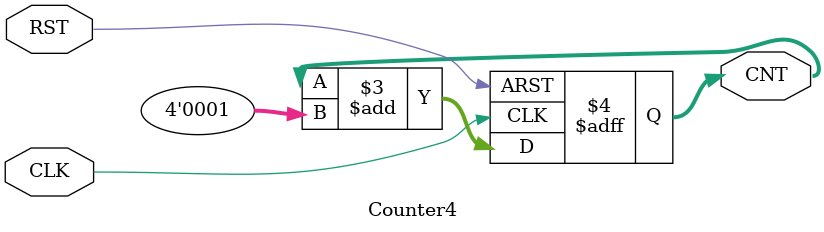
<source format=v>
module Counter4(CLK,RST,CNT);
    input CLK,RST;
    output reg [3:0] CNT;
    
    always @(posedge CLK or negedge RST)
    begin
        if(RST==0)
            CNT <= 4'b0;
        else
            CNT <= CNT + 4'b1;
    end
endmodule


</source>
